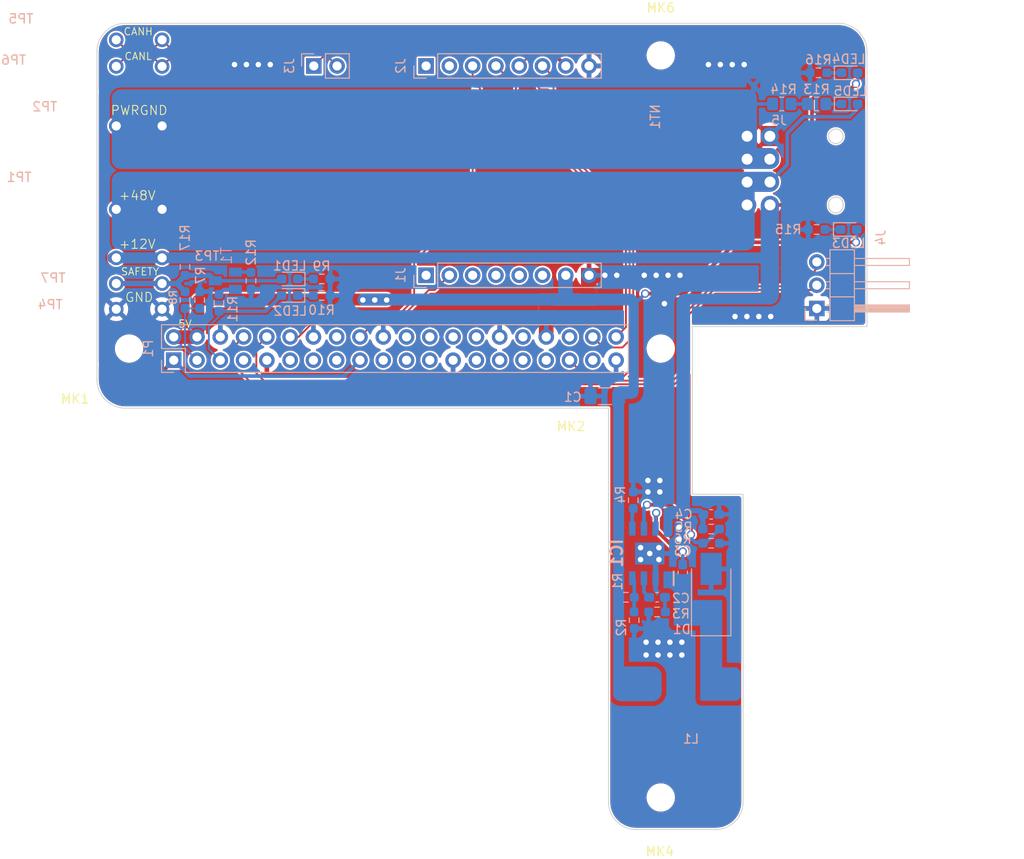
<source format=kicad_pcb>
(kicad_pcb (version 20211014) (generator pcbnew)
  (title_block (date "15 nov 2012"))
  (layers (0 "F.Cu" signal) (31 "B.Cu" signal) (34 "B.Paste" user) (35 "F.Paste" user) (36 "B.SilkS" user "B.Silkscreen") (37 "F.SilkS" user "F.Silkscreen") (38 "B.Mask" user) (39 "F.Mask" user) (44 "Edge.Cuts" user))
  (net 0 "")
  (net 1 "+3V3")
  (net 2 "+5V")
  (net 3 "GND")
  (net 4 "/ID_SD")
  (net 5 "/ID_SC")
  (net 6 "/GPIO5")
  (net 7 "/GPIO6")
  (net 8 "/GPIO26")
  (net 9 "/GPIO2(SDA1)")
  (net 10 "/GPIO3(SCL1)")
  (net 11 "/GPIO4(GCLK)")
  (net 12 "/GPIO14(TXD0)")
  (net 13 "/GPIO15(RXD0)")
  (net 14 "/GPIO17(GEN0)")
  (net 15 "/GPIO27(GEN2)")
  (net 16 "/GPIO22(GEN3)")
  (net 17 "/GPIO23(GEN4)")
  (net 18 "/GPIO24(GEN5)")
  (net 19 "/GPIO25(GEN6)")
  (net 20 "/GPIO18(GEN1)(PWM0)")
  (net 21 "/GPIO10(SPI0_MOSI)")
  (net 22 "/GPIO9(SPI0_MISO)")
  (net 23 "/GPIO11(SPI0_SCK)")
  (net 24 "/GPIO8(SPI0_CE_N)")
  (net 25 "/GPIO7(SPI1_CE_N)")
  (net 26 "/GPIO12(PWM0)")
  (net 27 "/GPIO13(PWM1)")
  (net 28 "/GPIO19(SPI1_MISO)")
  (net 29 "/GPIO16")
  (net 30 "/GPIO20(SPI1_MOSI)")
  (net 31 "/GPIO21(SPI1_SCK)")
  (net 39 "GNDPWR")
  (net 40 "+48V")
  (net 41 "+12V")
  (net 42 "/SAFETY")
  (net 43 "/CAN-")
  (net 44 "/CAN+")
  (net 45 "Net-(C2-Pad1)")
  (net 46 "Net-(C2-Pad2)")
  (net 47 "Net-(C3-Pad1)")
  (net 48 "Net-(C3-Pad2)")
  (net 49 "Net-(IC1-Pad4)")
  (net 50 "Net-(IC1-Pad5)")
  (net 51 "Net-(IC1-Pad6)")
  (net 52 "Net-(LED1-Pad1)")
  (net 53 "Net-(LED2-Pad1)")
  (net 54 "Net-(R11-Pad2)")
  (net 55 "Net-(R12-Pad2)")
  (net 56 "Net-(R13-Pad1)")
  (net 57 "Net-(LED3-Pad1)")
  (net 58 "Net-(LED4-Pad1)")
  (net 59 "Net-(LED5-Pad1)")
  (footprint "footprints:MountingHole_2.7mm_M2.5" (layer "F.Cu") (at 203.5 97.5 180)
    (fp_text reference "MK1")
    (fp_text value "M2.5")
  )
  (footprint "footprints:MountingHole_2.7mm_M2.5" (layer "F.Cu") (at 261.5 97.5 180)
    (fp_text reference "MK2")
    (fp_text value "M2.5")
  )
  (footprint "footprints:MountingHole_2.7mm_M2.5" (layer "F.Cu") (at 261.5 146.5)
    (fp_text reference "MK4")
    (fp_text value "M2.5")
  )
  (footprint "footprints:MountingHole_2.7mm_M2.5" (layer "F.Cu") (at 261.5 65.5)
    (fp_text reference "MK6")
    (fp_text value "M2.5")
  )
  (footprint "footprints:PinSocket_2x20_P2.54mm_Vertical" (layer "B.Cu") (at 208.37 98.77 -90)
    (fp_text reference "P1")
    (fp_text value "Conn_02x20_Odd_Even")
  )
  (footprint "footprints:D_0603_1608Metric_Pad1.05x0.95mm_HandSolder" (layer "B.Cu") (at 282.1 70.8)
    (fp_text reference "LED5")
    (fp_text value "GREEN")
  )
  (footprint "footprints:R_0603_1608Metric_Pad0.98x0.95mm_HandSolder" (layer "B.Cu") (at 267 117.2)
    (fp_text reference "R5")
    (fp_text value "73,2k")
  )
  (footprint "ARM_RPI4_HAT:61-1407-21-0031" (layer "B.Cu") (at 204.6 90.4 180)
    (fp_text reference "TP7")
    (fp_text value "1-726388-2")
  )
  (footprint "footprints:NetTie-2_SMD_Pad0.5mm" (layer "B.Cu") (at 271.6 69.3 -90)
    (fp_text reference "NT1")
    (fp_text value "NetTie_2")
  )
  (footprint "footprints:R_0603_1608Metric_Pad0.98x0.95mm_HandSolder" (layer "B.Cu") (at 278.7 67.4 180)
    (fp_text reference "R16")
    (fp_text value "80R")
  )
  (footprint "footprints:R_0603_1608Metric_Pad0.98x0.95mm_HandSolder" (layer "B.Cu") (at 211.2 92.2 -90)
    (fp_text reference "R7")
    (fp_text value "5,23k")
  )
  (footprint "ARM_RPI4_HAT:SOIC127P600X100-9N" (layer "B.Cu") (at 260.3 119.86875 90)
    (fp_text reference "IC1")
    (fp_text value "BD9G341AEFJ-E2" hide)
  )
  (footprint "footprints:R_0603_1608Metric_Pad0.98x0.95mm_HandSolder" (layer "B.Cu") (at 258.5 114.05 90)
    (fp_text reference "R4")
    (fp_text value "47k")
  )
  (footprint "ARM_RPI4_HAT:MPEV1D1040L330" (layer "B.Cu") (at 264.2 134.15)
    (fp_text reference "L1")
    (fp_text value "33uH, 3A")
  )
  (footprint "footprints:C_0603_1608Metric_Pad1.08x0.95mm_HandSolder" (layer "B.Cu") (at 267 115.6)
    (fp_text reference "C4")
    (fp_text value "10uF 25V")
  )
  (footprint "footprints:C_1206_3216Metric_Pad1.33x1.80mm_HandSolder" (layer "B.Cu") (at 255.4 102.7 180)
    (fp_text reference "C1")
    (fp_text value "100uF 6,3V")
  )
  (footprint "footprints:PinHeader_1x03_P2.54mm_Horizontal" (layer "B.Cu") (at 278.525 93.125)
    (fp_text reference "J4")
    (fp_text value "Conn_01x03_Male")
  )
  (footprint "ARM_RPI4_HAT:61-1537-11-0031" (layer "B.Cu") (at 204.6 82.3 180)
    (fp_text reference "TP1")
    (fp_text value "1-726388-2")
  )
  (footprint "footprints:R_0603_1608Metric_Pad0.98x0.95mm_HandSolder" (layer "B.Cu") (at 209.6 92.2 90)
    (fp_text reference "R8")
    (fp_text value "13,7k")
  )
  (footprint "footprints:PinSocket_1x08_P2.54mm_Vertical" (layer "B.Cu") (at 235.9 66.65 -90)
    (fp_text reference "J2")
    (fp_text value "Conn_01x08_Female")
  )
  (footprint "footprints:R_0603_1608Metric_Pad0.98x0.95mm_HandSolder" (layer "B.Cu") (at 209.6 88.6 90)
    (fp_text reference "R17")
    (fp_text value "10k")
  )
  (footprint "footprints:R_0603_1608Metric_Pad0.98x0.95mm_HandSolder" (layer "B.Cu") (at 213.3 92.5 90)
    (fp_text reference "R11")
    (fp_text value "200R")
  )
  (footprint "footprints:D_0603_1608Metric_Pad1.05x0.95mm_HandSolder" (layer "B.Cu") (at 282.1 67.4)
    (fp_text reference "LED4")
    (fp_text value "GREEN")
  )
  (footprint "ARM_RPI4_HAT:61-1407-21-0031" (layer "B.Cu") (at 204.6 66.7 180)
    (fp_text reference "TP6")
    (fp_text value "1-726388-2")
  )
  (footprint "footprints:R_0603_1608Metric_Pad0.98x0.95mm_HandSolder" (layer "B.Cu") (at 224.5125 91.7)
    (fp_text reference "R10")
    (fp_text value "130R")
  )
  (footprint "footprints:R_0805_2012Metric_Pad1.20x1.40mm_HandSolder" (layer "B.Cu") (at 274.7 70.8)
    (fp_text reference "R14")
    (fp_text value "4.7k 5% 0,5W")
  )
  (footprint "ARM_RPI4_HAT:105314-2208" (layer "B.Cu") (at 280.6 78.075 -90)
    (fp_text reference "J5")
    (fp_text value "Conn_01x08_Female")
    (fp_line (start 3.675 -0.8) (end 3.825 -0.8) (layer "Edge.Cuts") (width 0.12))
    (fp_line (start 3.675 0.8) (end 3.825 0.8) (layer "Edge.Cuts") (width 0.12))
    (fp_arc (start 3.825 -0.8) (mid 4.625 0) (end 3.825 0.8) (layer "Edge.Cuts") (width 0.12))
    (fp_arc (start 3.675 0.8) (mid 2.875 0) (end 3.675 -0.8) (layer "Edge.Cuts") (width 0.12))
    (fp_circle (center -3.75 0) (end -2.95 0) (layer "Edge.Cuts") (width 0.12) (fill none))
  )
  (footprint "footprints:C_0603_1608Metric_Pad1.08x0.95mm_HandSolder" (layer "B.Cu") (at 263.9 121.93125 90)
    (fp_text reference "C3")
    (fp_text value "0,1uF")
  )
  (footprint "footprints:C_0603_1608Metric_Pad1.08x0.95mm_HandSolder" (layer "B.Cu") (at 261.1 124.65)
    (fp_text reference "C2")
    (fp_text value "6800pF")
  )
  (footprint "footprints:R_0603_1608Metric_Pad0.98x0.95mm_HandSolder" (layer "B.Cu") (at 224.525 89.9)
    (fp_text reference "R9")
    (fp_text value "80R")
  )
  (footprint "footprints:PinHeader_1x02_P2.54mm_Vertical" (layer "B.Cu") (at 223.65 66.65 -90)
    (fp_text reference "J3")
    (fp_text value "Conn_01x02_Female")
  )
  (footprint "ARM_RPI4_HAT:61-1407-21-0031" (layer "B.Cu") (at 204.6 87.6 180)
    (fp_text reference "TP3")
    (fp_text value "1-726388-2")
  )
  (footprint "footprints:PinSocket_1x08_P2.54mm_Vertical" (layer "B.Cu") (at 235.9 89.5 -90)
    (fp_text reference "J1")
    (fp_text value "Conn_01x08_Female")
  )
  (footprint "footprints:R_0805_2012Metric_Pad1.20x1.40mm_HandSolder" (layer "B.Cu") (at 278.5 70.8)
    (fp_text reference "R13")
    (fp_text value "4.7k 5% 0,5W")
  )
  (footprint "footprints:D_0603_1608Metric_Pad1.05x0.95mm_HandSolder" (layer "B.Cu") (at 282 84.5)
    (fp_text reference "LED3")
    (fp_text value "GREEN")
  )
  (footprint "ARM_RPI4_HAT:61-1407-21-0031" (layer "B.Cu") (at 204.6 93.2 180)
    (fp_text reference "TP4")
    (fp_text value "1-726388-2")
  )
  (footprint "footprints:R_0603_1608Metric_Pad0.98x0.95mm_HandSolder" (layer "B.Cu") (at 258.6 127.15 -90)
    (fp_text reference "R2")
    (fp_text value "0,75k")
  )
  (footprint "footprints:R_0603_1608Metric_Pad0.98x0.95mm_HandSolder" (layer "B.Cu") (at 216.8 90.1 90)
    (fp_text reference "R12")
    (fp_text value "200R")
  )
  (footprint "footprints:D_0603_1608Metric_Pad1.05x0.95mm_HandSolder" (layer "B.Cu") (at 221.025 89.9 180)
    (fp_text reference "LED1")
    (fp_text value "GREEN")
  )
  (footprint "footprints:R_0603_1608Metric_Pad0.98x0.95mm_HandSolder" (layer "B.Cu") (at 267 118.75)
    (fp_text reference "R6")
    (fp_text value "20k")
  )
  (footprint "ARM_RPI4_HAT:SOT23-EBC" (layer "B.Cu") (at 214 90.1 -90)
    (fp_text reference "T1")
    (fp_text value "2PC4081S,115")
  )
  (footprint "ARM_RPI4_HAT:61-1537-11-0031" (layer "B.Cu") (at 204.6 73.2 180)
    (fp_text reference "TP2")
    (fp_text value "1-726388-2")
  )
  (footprint "footprints:R_0603_1608Metric_Pad0.98x0.95mm_HandSolder" (layer "B.Cu") (at 257.7 124.65)
    (fp_text reference "R1")
    (fp_text value "3k")
  )
  (footprint "footprints:R_0603_1608Metric_Pad0.98x0.95mm_HandSolder" (layer "B.Cu") (at 261.1 126.25)
    (fp_text reference "R3")
    (fp_text value "0,75k")
  )
  (footprint "ARM_RPI4_HAT:61-1407-21-0031" (layer "B.Cu") (at 204.6 63.8 180)
    (fp_text reference "TP5")
    (fp_text value "1-726388-2")
  )
  (footprint "footprints:D_0603_1608Metric_Pad1.05x0.95mm_HandSolder" (layer "B.Cu") (at 221 91.7 180)
    (fp_text reference "LED2")
    (fp_text value "RED")
  )
  (footprint "footprints:D_SMB_Handsoldering" (layer "B.Cu") (at 267 124.25 90)
    (fp_text reference "D1")
    (fp_text value "SMBJ16A-TR")
  )
  (footprint "footprints:R_0603_1608Metric_Pad0.98x0.95mm_HandSolder" (layer "B.Cu") (at 278.5 84.5 180)
    (fp_text reference "R15")
    (fp_text value "80R")
  )
  (gr_arc (start 200 65) (mid 200.97868 62.837259) (end 203.2 62) (layer "Edge.Cuts") (width 0.1))
  (gr_line (start 200 100.77868) (end 200 65) (layer "Edge.Cuts") (width 0.1))
  (gr_line (start 264.95 113.4) (end 270.47868 113.4) (layer "Edge.Cuts") (width 0.1))
  (gr_line (start 270.47868 147) (end 270.47868 113.4) (layer "Edge.Cuts") (width 0.1))
  (gr_line (start 284 95.1) (end 284 65.2) (layer "Edge.Cuts") (width 0.1))
  (gr_line (start 255.8 147) (end 255.8 104) (layer "Edge.Cuts") (width 0.1))
  (gr_line (start 264.95 113.4) (end 264.95 95.1) (layer "Edge.Cuts") (width 0.1))
  (gr_arc (start 258.82132 150) (mid 256.68934 149.125736) (end 255.8 147) (layer "Edge.Cuts") (width 0.1))
  (gr_arc (start 281 62) (mid 283.162741 62.97868) (end 284 65.2) (layer "Edge.Cuts") (width 0.1))
  (gr_line (start 255.8 104) (end 203 104) (layer "Edge.Cuts") (width 0.1))
  (gr_arc (start 203 104) (mid 200.832843 103.01066) (end 200 100.77868) (layer "Edge.Cuts") (width 0.1))
  (gr_line (start 203.2 62) (end 281 62) (layer "Edge.Cuts") (width 0.1))
  (gr_line (start 264.95 95.1) (end 284 95.1) (layer "Edge.Cuts") (width 0.1))
  (gr_arc (start 270.47868 147) (mid 269.6 149.12132) (end 267.47868 150) (layer "Edge.Cuts") (width 0.1))
  (gr_line (start 258.82132 150) (end 267.47868 150) (layer "Edge.Cuts") (width 0.1))
  (gr_text "SAFETY" (at 204.7 89.1) (layer "F.SilkS") (effects (font (size 0.8 0.8) (thickness 0.1))))
  (gr_text "5V" (at 209.6 94.8) (layer "F.SilkS") (effects (font (size 0.8 0.8) (thickness 0.1))))
  (gr_text "GND" (at 204.6 91.9) (layer "F.SilkS") (effects (font (size 1 1) (thickness 0.1))))
  (gr_text "CANH" (at 204.5 62.9) (layer "F.SilkS") (effects (font (size 0.8 0.8) (thickness 0.1))))
  (gr_text "PWRGND" (at 204.6 71.5) (layer "F.SilkS") (effects (font (size 1 1) (thickness 0.1))))
  (gr_text "+48V" (at 204.4 80.8) (layer "F.SilkS") (effects (font (size 1 1) (thickness 0.1))))
  (gr_text "CANL" (at 204.5 65.6) (layer "F.SilkS") (effects (font (size 0.8 0.8) (thickness 0.1))))
  (gr_text "+12V" (at 204.4 86.1) (layer "F.SilkS") (effects (font (size 1 1) (thickness 0.1))))
  (segment (start 200.4 69.8) (end 200.4 98.9) (width 0.4) (layer "F.Cu") (net 1))
  (segment (start 202.2 100.7) (end 206.44 100.7) (width 0.4) (layer "F.Cu") (net 1))
  (segment (start 200.4 98.9) (end 202.2 100.7) (width 0.4) (layer "F.Cu") (net 1))
  (segment (start 229.5 68.1) (end 202.1 68.1) (width 0.4) (layer "F.Cu") (net 1))
  (segment (start 249.09 64.6) (end 233 64.6) (width 0.4) (layer "F.Cu") (net 1))
  (segment (start 206.44 100.7) (end 208.37 98.77) (width 0.4) (layer "F.Cu") (net 1))
  (segment (start 251.14 66.65) (end 249.09 64.6) (width 0.4) (layer "F.Cu") (net 1))
  (segment (start 233 64.6) (end 229.5 68.1) (width 0.4) (layer "F.Cu") (net 1))
  (segment (start 202.1 68.1) (end 200.4 69.8) (width 0.4) (layer "F.Cu") (net 1))
  (segment (start 210.1 100.5) (end 226.96 100.5) (width 0.4) (layer "B.Cu") (net 1))
  (segment (start 226.96 100.5) (end 228.69 98.77) (width 0.4) (layer "B.Cu") (net 1))
  (segment (start 208.37 98.77) (end 210.1 100.5) (width 0.4) (layer "B.Cu") (net 1))
  (segment (start 259.8 91.5) (end 264.101391 91.5) (width 0.4) (layer "F.Cu") (net 2))
  (segment (start 269.701391 85.9) (end 282.8 85.9) (width 0.4) (layer "F.Cu") (net 2))
  (segment (start 264.101391 91.5) (end 269.701391 85.9) (width 0.4) (layer "F.Cu") (net 2))
  (via (at 229 92.2) (size 0.9) (drill 0.6) (layers "F.Cu" "B.Cu") (net 2))
  (via (at 231.6 92.2) (size 0.9) (drill 0.6) (layers "F.Cu" "B.Cu") (net 2))
  (via (at 282.8 85.9) (size 0.9) (drill 0.6) (layers "F.Cu" "B.Cu") (net 2))
  (via (at 259.8 91.5) (size 0.9) (drill 0.6) (layers "F.Cu" "B.Cu") (net 2))
  (via (at 230.3 92.2) (size 0.9) (drill 0.6) (layers "F.Cu" "B.Cu") (net 2))
  (segment (start 259.8 91.5) (end 259.1 92.2) (width 0.4) (layer "B.Cu") (net 2))
  (segment (start 259.1 92.2) (end 258.8 92.2) (width 0.4) (layer "B.Cu") (net 2))
  (segment (start 282.875 84.5) (end 282.875 85.825) (width 0.4) (layer "B.Cu") (net 2))
  (segment (start 282.875 85.825) (end 282.8 85.9) (width 0.4) (layer "B.Cu") (net 2))
  (via (at 269.3 66.5) (size 0.9) (drill 0.6) (layers "F.Cu" "B.Cu") (net 3))
  (via (at 263.8 130.95) (size 0.9) (drill 0.6) (layers "F.Cu" "B.Cu") (net 3))
  (via (at 270.6 66.5) (size 0.9) (drill 0.6) (layers "F.Cu" "B.Cu") (net 3))
  (via (at 261.9 92.6) (size 0.9) (drill 0.6) (layers "F.Cu" "B.Cu") (net 3))
  (via (at 268 66.5) (size 0.9) (drill 0.6) (layers "F.Cu" "B.Cu") (net 3))
  (via (at 266.7 66.5) (size 0.9) (drill 0.6) (layers "F.Cu" "B.Cu") (net 3))
  (via (at 217.6 66.5) (size 0.9) (drill 0.6) (layers "F.Cu" "B.Cu") (net 3))
  (via (at 255.4 89.5) (size 0.9) (drill 0.6) (layers "F.Cu" "B.Cu") (net 3))
  (via (at 215 66.5) (size 0.9) (drill 0.6) (layers "F.Cu" "B.Cu") (net 3))
  (via (at 261.3 119.23125) (size 0.9) (drill 0.6) (layers "F.Cu" "B.Cu") (net 3))
  (via (at 260.1 113.15) (size 0.9) (drill 0.6) (layers "F.Cu" "B.Cu") (net 3))
  (via (at 259.3 119.23125) (size 0.9) (drill 0.6) (layers "F.Cu" "B.Cu") (net 3))
  (via (at 218.9 66.5) (size 0.9) (drill 0.6) (layers "F.Cu" "B.Cu") (net 3))
  (via (at 260.3 119.86875) (size 0.9) (drill 0.6) (layers "F.Cu" "B.Cu") (net 3))
  (via (at 272.2 94) (size 0.9) (drill 0.6) (layers "F.Cu" "B.Cu") (net 3))
  (via (at 273.5 94) (size 0.9) (drill 0.6) (layers "F.Cu" "B.Cu") (net 3))
  (via (at 259.9 129.55) (size 0.9) (drill 0.6) (layers "F.Cu" "B.Cu") (net 3))
  (via (at 261.2 130.95) (size 0.9) (drill 0.6) (layers "F.Cu" "B.Cu") (net 3))
  (via (at 263.5 117) (size 0.9) (drill 0.6) (layers "F.Cu" "B.Cu") (net 3))
  (via (at 262.5 130.95) (size 0.9) (drill 0.6) (layers "F.Cu" "B.Cu") (net 3))
  (via (at 262.3 89.5) (size 0.9) (drill 0.6) (layers "F.Cu" "B.Cu") (net 3))
  (via (at 263.5 118.3) (size 0.9) (drill 0.6) (layers "F.Cu" "B.Cu") (net 3))
  (via (at 259.7 89.5) (size 0.9) (drill 0.6) (layers "F.Cu" "B.Cu") (net 3))
  (via (at 261.2 129.55) (size 0.9) (drill 0.6) (layers "F.Cu" "B.Cu") (net 3))
  (via (at 270.9 94) (size 0.9) (drill 0.6) (layers "F.Cu" "B.Cu") (net 3))
  (via (at 261.4 111.9) (size 0.9) (drill 0.6) (layers "F.Cu" "B.Cu") (net 3))
  (via (at 261 89.5) (size 0.9) (drill 0.6) (layers "F.Cu" "B.Cu") (net 3))
  (via (at 260.1 111.9) (size 0.9) (drill 0.6) (layers "F.Cu" "B.Cu") (net 3))
  (via (at 262.5 129.55) (size 0.9) (drill 0.6) (layers "F.Cu" "B.Cu") (net 3))
  (via (at 269.6 94) (size 0.9) (drill 0.6) (layers "F.Cu" "B.Cu") (net 3))
  (via (at 259.3 120.53125) (size 0.9) (drill 0.6) (layers "F.Cu" "B.Cu") (net 3))
  (via (at 261.4 113.15) (size 0.9) (drill 0.6) (layers "F.Cu" "B.Cu") (net 3))
  (via (at 259.9 130.95) (size 0.9) (drill 0.6) (layers "F.Cu" "B.Cu") (net 3))
  (via (at 256.7 89.5) (size 0.9) (drill 0.6) (layers "F.Cu" "B.Cu") (net 3))
  (via (at 261.3 120.53125) (size 0.9) (drill 0.6) (layers "F.Cu" "B.Cu") (net 3))
  (via (at 263.8 129.55) (size 0.9) (drill 0.6) (layers "F.Cu" "B.Cu") (net 3))
  (via (at 263.6 89.5) (size 0.9) (drill 0.6) (layers "F.Cu" "B.Cu") (net 3))
  (via (at 216.3 66.5) (size 0.9) (drill 0.6) (layers "F.Cu" "B.Cu") (net 3))
  (segment (start 260.935 120.86625) (end 260.935 122.58075) (width 0.6) (layer "B.Cu") (net 3))
  (segment (start 260.3 119.86875) (end 260.3 120.23125) (width 0.6) (layer "B.Cu") (net 3))
  (segment (start 260.3 120.23125) (end 260.935 120.86625) (width 0.6) (layer "B.Cu") (net 3))
  (segment (start 210.91 98.77) (end 209.6 97.46) (width 0.2) (layer "B.Cu") (net 9))
  (segment (start 209.6 97.46) (end 209.6 93.1125) (width 0.2) (layer "B.Cu") (net 9))
  (segment (start 209.6 93.1125) (end 211.2 93.1125) (width 0.2) (layer "B.Cu") (net 9))
  (segment (start 212.2 97.52) (end 212.2 95.1) (width 0.2) (layer "B.Cu") (net 10))
  (segment (start 212.2 95.1) (end 213.3 94) (width 0.2) (layer "B.Cu") (net 10))
  (segment (start 218.4125 93.4125) (end 220.125 91.7) (width 0.4) (layer "B.Cu") (net 10))
  (segment (start 213.45 98.77) (end 212.2 97.52) (width 0.2) (layer "B.Cu") (net 10))
  (segment (start 213.3 94) (end 213.3 93.4125) (width 0.2) (layer "B.Cu") (net 10))
  (segment (start 213.3 93.4125) (end 218.4125 93.4125) (width 0.4) (layer "B.Cu") (net 10))
  (segment (start 215.99 96.23) (end 214.840489 97.379511) (width 0.2) (layer "F.Cu") (net 12))
  (segment (start 267.265486 91.09952) (end 278.01048 91.09952) (width 0.2) (layer "F.Cu") (net 12))
  (segment (start 214.840489 99.246144) (end 216.994345 101.4) (width 0.2) (layer "F.Cu") (net 12))
  (segment (start 216.994345 101.4) (end 263 101.4) (width 0.2) (layer "F.Cu") (net 12))
  (segment (start 278.01048 91.09952) (end 278.525 90.585) (width 0.2) (layer "F.Cu") (net 12))
  (segment (start 263 101.4) (end 264.6 99.8) (width 0.2) (layer "F.Cu") (net 12))
  (segment (start 264.6 93.765006) (end 267.265486 91.09952) (width 0.2) (layer "F.Cu") (net 12))
  (segment (start 214.840489 97.379511) (end 214.840489 99.246144) (width 0.2) (layer "F.Cu") (net 12))
  (segment (start 264.6 99.8) (end 264.6 93.765006) (width 0.2) (layer "F.Cu") (net 12))
  (segment (start 262.834994 101) (end 264.20048 99.634514) (width 0.2) (layer "F.Cu") (net 13))
  (segment (start 218.53 96.23) (end 217.380489 97.379511) (width 0.2) (layer "F.Cu") (net 13))
  (segment (start 276.6 90.7) (end 278.525 88.775) (width 0.2) (layer "F.Cu") (net 13))
  (segment (start 264.20048 93.59952) (end 267.1 90.7) (width 0.2) (layer "F.Cu") (net 13))
  (segment (start 217.380489 97.379511) (end 217.380489 100.180489) (width 0.2) (layer "F.Cu") (net 13))
  (segment (start 264.20048 99.634514) (end 264.20048 93.59952) (width 0.2) (layer "F.Cu") (net 13))
  (segment (start 278.525 88.775) (end 278.525 88.045) (width 0.2) (layer "F.Cu") (net 13))
  (segment (start 217.380489 100.180489) (end 218.2 101) (width 0.2) (layer "F.Cu") (net 13))
  (segment (start 267.1 90.7) (end 276.6 90.7) (width 0.2) (layer "F.Cu") (net 13))
  (segment (start 218.2 101) (end 262.834994 101) (width 0.2) (layer "F.Cu") (net 13))
  (segment (start 236.2 91.1) (end 236.84 91.1) (width 0.2) (layer "F.Cu") (net 18))
  (segment (start 228.69 96.23) (end 230.02 94.9) (width 0.2) (layer "F.Cu") (net 18))
  (segment (start 230.02 94.9) (end 232.4 94.9) (width 0.2) (layer "F.Cu") (net 18))
  (segment (start 236.84 91.1) (end 238.44 89.5) (width 0.2) (layer "F.Cu") (net 18))
  (segment (start 232.4 94.9) (end 236.2 91.1) (width 0.2) (layer "F.Cu") (net 18))
  (segment (start 240.98 66.65) (end 240.98 68.62) (width 0.2) (layer "F.Cu") (net 20))
  (segment (start 232.234514 94.50048) (end 223.713865 94.50048) (width 0.2) (layer "F.Cu") (net 20))
  (segment (start 234.6 88) (end 234.6 92.134994) (width 0.2) (layer "F.Cu") (net 20))
  (segment (start 221.984345 96.23) (end 221.07 96.23) (width 0.2) (layer "F.Cu") (net 20))
  (segment (start 240.98 81.62) (end 234.6 88) (width 0.2) (layer "F.Cu") (net 20))
  (segment (start 223.713865 94.50048) (end 221.984345 96.23) (width 0.2) (layer "F.Cu") (net 20))
  (segment (start 234.6 92.134994) (end 232.234514 94.50048) (width 0.2) (layer "F.Cu") (net 20))
  (segment (start 240.98 71.62) (end 240.98 75.558138) (width 0.2) (layer "F.Cu") (net 20))
  (segment (start 240.98 70.12) (end 241.495193 70.12) (width 0.2) (layer "F.Cu") (net 20))
  (segment (start 241.28 69.52) (end 240.464807 69.52) (width 0.2) (layer "F.Cu") (net 20))
  (segment (start 240.464807 71.32) (end 240.68 71.32) (width 0.2) (layer "F.Cu") (net 20))
  (segment (start 241.495193 69.52) (end 241.28 69.52) (width 0.2) (layer "F.Cu") (net 20))
  (segment (start 240.464807 70.12) (end 240.98 70.12) (width 0.2) (layer "F.Cu") (net 20))
  (segment (start 241.28 68.92) (end 241.495193 68.92) (width 0.2) (layer "F.Cu") (net 20))
  (segment (start 240.98 75.558138) (end 240.98 81.62) (width 0.2) (layer "F.Cu") (net 20))
  (segment (start 240.98 70.72) (end 240.464807 70.72) (width 0.2) (layer "F.Cu") (net 20))
  (segment (start 241.495193 70.72) (end 240.98 70.72) (width 0.2) (layer "F.Cu") (net 20))
  (arc (start 241.495193 68.92) (mid 241.707325 69.007868) (end 241.795193 69.22) (width 0.2) (layer "F.Cu") (net 20))
  (arc (start 240.164807 71.02) (mid 240.252675 71.232132) (end 240.464807 71.32) (width 0.2) (layer "F.Cu") (net 20))
  (arc (start 240.68 71.32) (mid 240.892132 71.407868) (end 240.98 71.62) (width 0.2) (layer "F.Cu") (net 20))
  (arc (start 240.464807 70.72) (mid 240.252675 70.807868) (end 240.164807 71.02) (width 0.2) (layer "F.Cu") (net 20))
  (arc (start 241.795193 70.42) (mid 241.707325 70.632132) (end 241.495193 70.72) (width 0.2) (layer "F.Cu") (net 20))
  (arc (start 240.98 68.62) (mid 241.067868 68.832132) (end 241.28 68.92) (width 0.2) (layer "F.Cu") (net 20))
  (arc (start 241.495193 70.12) (mid 241.707325 70.207868) (end 241.795193 70.42) (width 0.2) (layer "F.Cu") (net 20))
  (arc (start 240.464807 69.52) (mid 240.252675 69.607868) (end 240.164807 69.82) (width 0.2) (layer "F.Cu") (net 20))
  (arc (start 240.164807 69.82) (mid 240.252675 70.032132) (end 240.464807 70.12) (width 0.2) (layer "F.Cu") (net 20))
  (arc (start 241.795193 69.22) (mid 241.707325 69.432132) (end 241.495193 69.52) (width 0.2) (layer "F.Cu") (net 20))
  (segment (start 258.49952 99.50048) (end 258.49952 83.19952) (width 0.2) (layer "F.Cu") (net 28))
  (segment (start 257.39952 100.60048) (end 258.49952 99.50048) (width 0.2) (layer "F.Cu") (net 28))
  (segment (start 249.8 74.5) (end 249.8 66.2) (width 0.2) (layer "F.Cu") (net 28))
  (segment (start 249.8 66.2) (end 249.100489 65.500489) (width 0.2) (layer "F.Cu") (net 28))
  (segment (start 249.100489 65.500489) (end 247.209511 65.500489) (width 0.2) (layer "F.Cu") (net 28))
  (segment (start 251.55 98.77) (end 253.38048 100.60048) (width 0.2) (layer "F.Cu") (net 28))
  (segment (start 253.38048 100.60048) (end 257.39952 100.60048) (width 0.2) (layer "F.Cu") (net 28))
  (segment (start 247.209511 65.500489) (end 246.06 66.65) (width 0.2) (layer "F.Cu") (net 28))
  (segment (start 258.49952 83.19952) (end 249.8 74.5) (width 0.2) (layer "F.Cu") (net 28))
  (segment (start 258.1 83.4) (end 258.1 96.6) (width 0.2) (layer "F.Cu") (net 30))
  (segment (start 249.10048 71.00048) (end 248.453581 71.00048) (width 0.2) (layer "F.Cu") (net 30))
  (segment (start 258.1 96.6) (end 257.320489 97.379511) (width 0.2) (layer "F.Cu") (net 30))
  (segment (start 248.453581 71.60048) (end 249.10048 71.60048) (width 0.2) (layer "F.Cu") (net 30))
  (segment (start 249.40048 74.70048) (end 258.1 83.4) (width 0.2) (layer "F.Cu") (net 30))
  (segment (start 249.40048 74.30048) (end 249.40048 74.35048) (width 0.2) (layer "F.Cu") (net 30))
  (segment (start 248.453581 69.20048) (end 249.10048 69.20048) (width 0.2) (layer "F.Cu") (net 30))
  (segment (start 248.453581 70.40048) (end 249.10048 70.40048) (width 0.2) (layer "F.Cu") (net 30))
  (segment (start 249.10048 68.60048) (end 248.453581 68.60048) (width 0.2) (layer "F.Cu") (net 30))
  (segment (start 248.453581 72.80048) (end 249.10048 72.80048) (width 0.2) (layer "F.Cu") (net 30))
  (segment (start 257.320489 97.379511) (end 255.239511 97.379511) (width 0.2) (layer "F.Cu") (net 30))
  (segment (start 249.10048 73.40048) (end 248.453581 73.40048) (width 0.2) (layer "F.Cu") (net 30))
  (segment (start 248.453581 74.00048) (end 249.10048 74.00048) (width 0.2) (layer "F.Cu") (net 30))
  (segment (start 249.10048 69.80048) (end 248.453581 69.80048) (width 0.2) (layer "F.Cu") (net 30))
  (segment (start 249.40048 74.35048) (end 249.40048 74.70048) (width 0.2) (layer "F.Cu") (net 30))
  (segment (start 255.239511 97.379511) (end 254.09 96.23) (width 0.2) (layer "F.Cu") (net 30))
  (segment (start 248.6 66.65) (end 249.40048 67.45048) (width 0.2) (layer "F.Cu") (net 30))
  (segment (start 249.10048 72.20048) (end 248.453581 72.20048) (width 0.2) (layer "F.Cu") (net 30))
  (segment (start 249.40048 67.45048) (end 249.40048 68.30048) (width 0.2) (layer "F.Cu") (net 30))
  (arc (start 248.153581 70.10048) (mid 248.241449 70.312612) (end 248.453581 70.40048) (width 0.2) (layer "F.Cu") (net 30))
  (arc (start 249.10048 69.20048) (mid 249.312612 69.288348) (end 249.40048 69.50048) (width 0.2) (layer "F.Cu") (net 30))
  (arc (start 249.10048 70.40048) (mid 249.312612 70.488348) (end 249.40048 70.70048) (width 0.2) (layer "F.Cu") (net 30))
  (arc (start 248.153581 71.30048) (mid 248.241449 71.512612) (end 248.453581 71.60048) (width 0.2) (layer "F.Cu") (net 30))
  (arc (start 249.10048 72.80048) (mid 249.312612 72.888348) (end 249.40048 73.10048) (width 0.2) (layer "F.Cu") (net 30))
  (arc (start 249.40048 71.90048) (mid 249.312612 72.112612) (end 249.10048 72.20048) (width 0.2) (layer "F.Cu") (net 30))
  (arc (start 248.453581 72.20048) (mid 248.241449 72.288348) (end 248.153581 72.50048) (width 0.2) (layer "F.Cu") (net 30))
  (arc (start 248.153581 68.90048) (mid 248.241449 69.112612) (end 248.453581 69.20048) (width 0.2) (layer "F.Cu") (net 30))
  (arc (start 249.40048 70.70048) (mid 249.312612 70.912612) (end 249.10048 71.00048) (width 0.2) (layer "F.Cu") (net 30))
  (arc (start 249.10048 71.60048) (mid 249.312612 71.688348) (end 249.40048 71.90048) (width 0.2) (layer "F.Cu") (net 30))
  (arc (start 248.453581 73.40048) (mid 248.241449 73.488348) (end 248.153581 73.70048) (width 0.2) (layer "F.Cu") (net 30))
  (arc (start 248.153581 73.70048) (mid 248.241449 73.912612) (end 248.453581 74.00048) (width 0.2) (layer "F.Cu") (net 30))
  (arc (start 249.10048 74.00048) (mid 249.312612 74.088348) (end 249.40048 74.30048) (width 0.2) (layer "F.Cu") (net 30))
  (arc (start 249.40048 73.10048) (mid 249.312612 73.312612) (end 249.10048 73.40048) (width 0.2) (layer "F.Cu") (net 30))
  (arc (start 249.40048 69.50048) (mid 249.312612 69.712612) (end 249.10048 69.80048) (width 0.2) (layer "F.Cu") (net 30))
  (arc (start 249.40048 68.30048) (mid 249.312612 68.512612) (end 249.10048 68.60048) (width 0.2) (layer "F.Cu") (net 30))
  (arc (start 248.453581 69.80048) (mid 248.241449 69.888348) (end 248.153581 70.10048) (width 0.2) (layer "F.Cu") (net 30))
  (arc (start 248.453581 71.00048) (mid 248.241449 71.088348) (end 248.153581 71.30048) (width 0.2) (layer "F.Cu") (net 30))
  (arc (start 248.453581 68.60048) (mid 248.241449 68.688348) (end 248.153581 68.90048) (width 0.2) (layer "F.Cu") (net 30))
  (arc (start 248.153581 72.50048) (mid 248.241449 72.712612) (end 248.453581 72.80048) (width 0.2) (layer "F.Cu") (net 30))
  (segment (start 243.52 66.65) (end 245.7 68.83) (width 0.2) (layer "F.Cu") (net 31))
  (segment (start 245.7 72.2) (end 244.68977 72.2) (width 0.2) (layer "F.Cu") (net 31))
  (segment (start 244.68977 70.4) (end 245.4 70.4) (width 0.2) (layer "F.Cu") (net 31))
  (segment (start 257.70048 83.565486) (end 257.70048 95.15952) (width 0.2) (layer "F.Cu") (net 31))
  (segment (start 247.2 75) (end 249.134994 75) (width 0.2) (layer "F.Cu") (net 31))
  (segment (start 244.68977 72.8) (end 245.4 72.8) (width 0.2) (layer "F.Cu") (net 31))
  (segment (start 246.71023 72.2) (end 245.7 72.2) (width 0.2) (layer "F.Cu") (net 31))
  (segment (start 249.134994 75) (end 257.70048 83.565486) (width 0.2) (layer "F.Cu") (net 31))
  (segment (start 245.7 68.83) (end 245.7 69.5) (width 0.2) (layer "F.Cu") (net 31))
  (segment (start 245.4 70.4) (end 246.71023 70.4) (width 0.2) (layer "F.Cu") (net 31))
  (segment (start 245.7 73.5) (end 247.2 75) (width 0.2) (layer "F.Cu") (net 31))
  (segment (start 245.4 69.8) (end 244.68977 69.8) (width 0.2) (layer "F.Cu") (net 31))
  (segment (start 244.68977 71.6) (end 245.7 71.6) (width 0.2) (layer "F.Cu") (net 31))
  (segment (start 257.70048 95.15952) (end 256.63 96.23) (width 0.2) (layer "F.Cu") (net 31))
  (segment (start 246.71023 71) (end 245.7 71) (width 0.2) (layer "F.Cu") (net 31))
  (segment (start 245.7 71.6) (end 246.71023 71.6) (width 0.2) (layer "F.Cu") (net 31))
  (segment (start 245.7 71) (end 244.68977 71) (width 0.2) (layer "F.Cu") (net 31))
  (segment (start 245.7 73.1) (end 245.7 73.5) (width 0.2) (layer "F.Cu") (net 31))
  (arc (start 244.38977 72.5) (mid 244.477638 72.712132) (end 244.68977 72.8) (width 0.2) (layer "F.Cu") (net 31))
  (arc (start 245.7 69.5) (mid 245.612132 69.712132) (end 245.4 69.8) (width 0.2) (layer "F.Cu") (net 31))
  (arc (start 244.68977 69.8) (mid 244.477638 69.887868) (end 244.38977 70.1) (width 0.2) (layer "F.Cu") (net 31))
  (arc (start 244.38977 71.3) (mid 244.477638 71.512132) (end 244.68977 71.6) (width 0.2) (layer "F.Cu") (net 31))
  (arc (start 247.01023 71.9) (mid 246.922362 72.112132) (end 246.71023 72.2) (width 0.2) (layer "F.Cu") (net 31))
  (arc (start 246.71023 70.4) (mid 246.922362 70.487868) (end 247.01023 70.7) (width 0.2) (layer "F.Cu") (net 31))
  (arc (start 244.38977 70.1) (mid 244.477638 70.312132) (end 244.68977 70.4) (width 0.2) (layer "F.Cu") (net 31))
  (arc (start 244.68977 72.2) (mid 244.477638 72.287868) (end 244.38977 72.5) (width 0.2) (layer "F.Cu") (net 31))
  (arc (start 247.01023 70.7) (mid 246.922362 70.912132) (end 246.71023 71) (width 0.2) (layer "F.Cu") (net 31))
  (arc (start 244.68977 71) (mid 244.477638 71.087868) (end 244.38977 71.3) (width 0.2) (layer "F.Cu") (net 31))
  (arc (start 246.71023 71.6) (mid 246.922362 71.687868) (end 247.01023 71.9) (width 0.2) (layer "F.Cu") (net 31))
  (arc (start 245.4 72.8) (mid 245.612132 72.887868) (end 245.7 73.1) (width 0.2) (layer "F.Cu") (net 31))
  (segment (start 271.6 69.8) (end 271.6 70.5) (width 0.4) (layer "B.Cu") (net 39))
  (segment (start 271.9 70.8) (end 273.7 70.8) (width 0.4) (layer "B.Cu") (net 39))
  (segment (start 271.6 70.5) (end 271.9 70.8) (width 0.4) (layer "B.Cu") (net 39))
  (segment (start 275.3 74) (end 275.3 77.445) (width 0.4) (layer "B.Cu") (net 40))
  (segment (start 275.3 77.445) (end 273.42 79.325) (width 0.4) (layer "B.Cu") (net 40))
  (segment (start 277.1 72.2) (end 275.3 74) (width 0.4) (layer "B.Cu") (net 40))
  (segment (start 282.975 70.8) (end 282.975 71.325) (width 0.4) (layer "B.Cu") (net 40))
  (segment (start 282.1 72.2) (end 277.1 72.2) (width 0.4) (layer "B.Cu") (net 40))
  (segment (start 282.975 71.325) (end 282.1 72.2) (width 0.4) (layer "B.Cu") (net 40))
  (segment (start 278.9 69.4) (end 278 70.3) (width 0.4) (layer "F.Cu") (net 41))
  (segment (start 282.8 68.6) (end 282 69.4) (width 0.4) (layer "F.Cu") (net 41))
  (segment (start 282 69.4) (end 278.9 69.4) (width 0.4) (layer "F.Cu") (net 41))
  (segment (start 278 79.4) (end 275.575 81.825) (width 0.4) (layer "F.Cu") (net 41))
  (segment (start 278 70.3) (end 278 79.4) (width 0.4) (layer "F.Cu") (net 41))
  (segment (start 275.575 81.825) (end 273.42 81.825) (width 0.4) (layer "F.Cu") (net 41))
  (via (at 282.8 68.6) (size 0.9) (drill 0.6) (layers "F.Cu" "B.Cu") (net 41))
  (segment (start 266.0875 115.55) (end 265.7375 115.2) (width 0.6) (layer "B.Cu") (net 41))
  (segment (start 282.975 67.4) (end 282.975 68.425) (width 0.4) (layer "B.Cu") (net 41))
  (segment (start 265.7375 115.2) (end 264 115.2) (width 0.6) (layer "B.Cu") (net 41))
  (segment (start 282.975 68.425) (end 282.8 68.6) (width 0.4) (layer "B.Cu") (net 41))
  (segment (start 266.0875 117.2) (end 266.0875 115.55) (width 0.6) (layer "B.Cu") (net 41))
  (segment (start 209.6 89.5125) (end 212.3125 89.5125) (width 0.6) (layer "B.Cu") (net 42))
  (segment (start 202.1 90.4) (end 207.1 90.4) (width 0.6) (layer "B.Cu") (net 42))
  (segment (start 219.95 90.1) (end 212.9 90.1) (width 0.4) (layer "B.Cu") (net 42))
  (segment (start 212.3125 89.5125) (end 212.9 90.1) (width 0.6) (layer "B.Cu") (net 42))
  (segment (start 220.15 89.9) (end 219.95 90.1) (width 0.4) (layer "B.Cu") (net 42))
  (segment (start 208.7125 90.4) (end 209.6 91.2875) (width 0.6) (layer "B.Cu") (net 42))
  (segment (start 207.1 90.4) (end 208.7125 90.4) (width 0.6) (layer "B.Cu") (net 42))
  (segment (start 208.7125 90.4) (end 209.6 89.5125) (width 0.6) (layer "B.Cu") (net 42))
  (segment (start 215.275 64.525) (end 209.7932 64.525) (width 0.2) (layer "F.Cu") (net 43))
  (segment (start 209.7932 64.525) (end 208.843199 65.475001) (width 0.2) (layer "F.Cu") (net 43))
  (segment (start 207.1 66.7) (end 205.875001 65.475001) (width 0.2) (layer "F.Cu") (net 43))
  (segment (start 208.324999 65.475001) (end 207.1 66.7) (width 0.2) (layer "F.Cu") (net 43))
  (segment (start 208.843199 65.475001) (end 208.324999 65.475001) (width 0.2) (layer "F.Cu") (net 43))
  (segment (start 217.425 64.825) (end 217.425 64.855079) (width 0.2) (layer "F.Cu") (net 43))
  (segment (start 216.825 64.855079) (end 216.825 64.825) (width 0.2) (layer "F.Cu") (net 43))
  (segment (start 224.694999 65.605001) (end 224.694999 65.513199) (width 0.2) (layer "F.Cu") (net 43))
  (segment (start 223.65 66.65) (end 224.694999 65.605001) (width 0.2) (layer "F.Cu") (net 43))
  (segment (start 205.875001 65.475001) (end 203.324999 65.475001) (width 0.2) (layer "F.Cu") (net 43))
  (segment (start 224.694999 65.513199) (end 223.7068 64.525) (width 0.2) (layer "F.Cu") (net 43))
  (segment (start 216.525 64.525) (end 215.275 64.525) (width 0.2) (layer "F.Cu") (net 43))
  (segment (start 203.324999 65.475001) (end 202.1 66.7) (width 0.2) (layer "F.Cu") (net 43))
  (segment (start 223.7068 64.525) (end 217.725 64.525) (width 0.2) (layer "F.Cu") (net 43))
  (arc (start 217.125 65.155079) (mid 216.912868 65.067211) (end 216.825 64.855079) (width 0.2) (layer "F.Cu") (net 43))
  (arc (start 216.825 64.825) (mid 216.737132 64.612868) (end 216.525 64.525) (width 0.2) (layer "F.Cu") (net 43))
  (arc (start 217.425 64.855079) (mid 217.337132 65.067211) (end 217.125 65.155079) (width 0.2) (layer "F.Cu") (net 43))
  (arc (start 217.725 64.525) (mid 217.512868 64.612868) (end 217.425 64.825) (width 0.2) (layer "F.Cu") (net 43))
  (segment (start 205.875001 65.024999) (end 203.324999 65.024999) (width 0.2) (layer "F.Cu") (net 44))
  (segment (start 223.8932 64.075) (end 209.6068 64.075) (width 0.2) (layer "F.Cu") (net 44))
  (segment (start 208.656801 65.024999) (end 208.324999 65.024999) (width 0.2) (layer "F.Cu") (net 44))
  (segment (start 207.1 63.8) (end 205.875001 65.024999) (width 0.2) (layer "F.Cu") (net 44))
  (segment (start 225.145001 65.605001) (end 225.145001 65.326801) (width 0.2) (layer "F.Cu") (net 44))
  (segment (start 209.6068 64.075) (end 208.656801 65.024999) (width 0.2) (layer "F.Cu") (net 44))
  (segment (start 203.324999 65.024999) (end 202.1 63.8) (width 0.2) (layer "F.Cu") (net 44))
  (segment (start 225.145001 65.326801) (end 223.8932 64.075) (width 0.2) (layer "F.Cu") (net 44))
  (segment (start 208.324999 65.024999) (end 207.1 63.8) (width 0.2) (layer "F.Cu") (net 44))
  (segment (start 226.19 66.65) (end 225.145001 65.605001) (width 0.2) (layer "F.Cu") (net 44))
  (segment (start 260.2375 124.65) (end 259.665 124.0775) (width 0.4) (layer "B.Cu") (net 45))
  (segment (start 259.665 124.0775) (end 259.665 122.58075) (width 0.4) (layer "B.Cu") (net 45))
  (segment (start 261.9625 126.2) (end 262.0125 126.25) (width 0.4) (layer "B.Cu") (net 46))
  (segment (start 261.9625 124.65) (end 261.9625 126.2) (width 0.4) (layer "B.Cu") (net 46))
  (segment (start 263.687 122.58075) (end 263.9 122.79375) (width 0.4) (layer "B.Cu") (net 47))
  (segment (start 263.35 119.65) (end 261 117.3) (width 0.4) (layer "F.Cu") (net 48))
  (segment (start 263.9 119.65) (end 263.35 119.65) (width 0.4) (layer "F.Cu") (net 48))
  (segment (start 261 117.3) (end 261 115.43125) (width 0.4) (layer "F.Cu") (net 48))
  (via (at 263.9 119.65) (size 0.9) (drill 0.6) (layers "F.Cu" "B.Cu") (net 48))
  (via (at 261 115.43125) (size 0.9) (drill 0.6) (layers "F.Cu" "B.Cu") (net 48))
  (segment (start 260.935 115.49625) (end 260.935 117.15675) (width 0.4) (layer "B.Cu") (net 48))
  (segment (start 263.9 119.65) (end 263.9 121.06875) (width 0.4) (layer "B.Cu") (net 48))
  (segment (start 261 115.43125) (end 260.935 115.49625) (width 0.4) (layer "B.Cu") (net 48))
  (segment (start 258.6125 124.65) (end 258.6125 122.79825) (width 0.4) (layer "B.Cu") (net 49))
  (segment (start 258.6125 122.79825) (end 258.395 122.58075) (width 0.4) (layer "B.Cu") (net 49))
  (segment (start 258.6 124.6625) (end 258.6125 124.65) (width 0.4) (layer "B.Cu") (net 49))
  (segment (start 258.6 126.2375) (end 258.6 124.6625) (width 0.4) (layer "B.Cu") (net 49))
  (segment (start 258.395 117.15675) (end 258.395 115.1575) (width 0.4) (layer "B.Cu") (net 50))
  (segment (start 258.395 115.1575) (end 258.2 114.9625) (width 0.4) (layer "B.Cu") (net 50))
  (segment (start 262.55 114.55) (end 260 114.55) (width 0.4) (layer "F.Cu") (net 51))
  (segment (start 264.8 117.8) (end 264.8 116.8) (width 0.4) (layer "F.Cu") (net 51))
  (segment (start 264.8 116.8) (end 262.55 114.55) (width 0.4) (layer "F.Cu") (net 51))
  (via (at 264.8 117.8) (size 0.9) (drill 0.6) (layers "F.Cu" "B.Cu") (net 51))
  (via (at 260 114.55) (size 0.9) (drill 0.6) (layers "F.Cu" "B.Cu") (net 51))
  (segment (start 264.8 117.8) (end 264.8 118.2) (width 0.4) (layer "B.Cu") (net 51))
  (segment (start 266.0875 118.75) (end 266.3625 118.75) (width 0.4) (layer "B.Cu") (net 51))
  (segment (start 264.8 118.2) (end 265.25 118.65) (width 0.4) (layer "B.Cu") (net 51))
  (segment (start 259.665 117.15675) (end 259.665 114.885) (width 0.4) (layer "B.Cu") (net 51))
  (segment (start 266.3625 118.75) (end 267.9125 117.2) (width 0.4) (layer "B.Cu") (net 51))
  (segment (start 259.665 114.885) (end 260 114.55) (width 0.4) (layer "B.Cu") (net 51))
  (segment (start 265.25 118.65) (end 266.0875 118.65) (width 0.4) (layer "B.Cu") (net 51))
  (segment (start 223.6125 89.9) (end 221.9 89.9) (width 0.4) (layer "B.Cu") (net 52))
  (segment (start 223.6 91.7) (end 221.875 91.7) (width 0.4) (layer "B.Cu") (net 53))
  (segment (start 215.1 91.05) (end 213.8375 91.05) (width 0.4) (layer "B.Cu") (net 54))
  (segment (start 213.8375 91.05) (end 213.3 91.5875) (width 0.4) (layer "B.Cu") (net 54))
  (segment (start 215.1 89.15) (end 216.7625 89.15) (width 0.4) (layer "B.Cu") (net 55))
  (segment (start 216.7625 89.15) (end 216.8 89.1875) (width 0.4) (layer "B.Cu") (net 55))
  (segment (start 275.7 70.8) (end 277.5 70.8) (width 0.4) (layer "B.Cu") (net 56))
  (segment (start 279.4125 84.5) (end 281.125 84.5) (width 0.4) (layer "B.Cu") (net 57))
  (segment (start 279.6125 67.4) (end 281.225 67.4) (width 0.4) (layer "B.Cu") (net 58))
  (segment (start 279.5 70.8) (end 281.225 70.8) (width 0.4) (layer "B.Cu") (net 59))
  (zone (net 2) (net_name "+5V") (layer "F.Cu") (priority 1) (connect_pads yes (clearance 0.2)) (min_thickness 0.254) (fill yes (thermal_gap 0.508) (thermal_bridge_width 0.508) (smoothing fillet) (radius 1))
    (polygon (pts (xy 232.2 92.8) (xy 211.7 92.8) (xy 211.7 97) (xy 207.6 97) (xy 207.6 95.5) (xy 210.3 95.5) (xy 210.3 91.5) (xy 232.2 91.5)))
  )
  (zone (net 3) (net_name "GND") (layers F&B.Cu) (connect_pads (clearance 0.2)) (min_thickness 0.254) (fill yes (thermal_gap 0.508) (thermal_bridge_width 0.508) (smoothing fillet) (radius 1))
    (polygon (pts (xy 288 151.3) (xy 199 151.3) (xy 199 60.8) (xy 288 60.8)))
  )
  (zone (net 3) (net_name "GND") (layer "F.Cu") (priority 1) (connect_pads yes (clearance 0.2)) (min_thickness 0.254) (fill yes (thermal_gap 0.508) (thermal_bridge_width 0.508) (smoothing fillet) (radius 1))
    (polygon (pts (xy 276.7 90.4) (xy 254.5 90.4) (xy 254.5 92.8) (xy 249.8 92.8) (xy 249.8 96.5) (xy 248.2 96.5) (xy 248.2 91.5) (xy 252.8 91.5) (xy 252.8 88.7) (xy 274.9 88.7) (xy 274.9 75.4) (xy 272.4 75.4) (xy 272.4 73.2) (xy 274.9 73.2) (xy 276.7 73.2)))
  )
  (zone (net 39) (net_name "GNDPWR") (layer "B.Cu") (priority 1) (connect_pads yes (clearance 0.2)) (min_thickness 0.254) (fill yes (thermal_gap 0.508) (thermal_bridge_width 0.508) (smoothing fillet) (radius 1))
    (polygon (pts (xy 272 69.2) (xy 272 75.6) (xy 274.45 75.6) (xy 274.45 77.9) (xy 201.6 77.9) (xy 201.6 69.2)))
  )
  (zone (net 2) (net_name "+5V") (layer "B.Cu") (priority 1) (connect_pads yes (clearance 0.508)) (min_thickness 0.254) (fill yes (thermal_gap 0.508) (thermal_bridge_width 0.508) (smoothing fillet) (radius 1))
    (polygon (pts (xy 251.9 91.5) (xy 259.1 91.5) (xy 259.1 103) (xy 257.5 103) (xy 257.5 132.2) (xy 261.6 132.2) (xy 261.6 136) (xy 256.2 136) (xy 256.2 101.6) (xy 258 101.6) (xy 258 92.8) (xy 251.9 92.8) (xy 228.4 92.8) (xy 228.4 91.5) (xy 250.3 91.5) (xy 250.3 88.8) (xy 251.9 88.8)))
  )
  (zone (net 41) (net_name "+12V") (layer "B.Cu") (priority 1) (connect_pads yes (clearance 0.2)) (min_thickness 0.254) (fill yes (thermal_gap 0.508) (thermal_bridge_width 0.508) (smoothing fillet) (radius 1))
    (polygon (pts (xy 274.4 92.7) (xy 264.7 92.7) (xy 264.7 116.1) (xy 262.8 116.1) (xy 262.8 118.1) (xy 261.8 118.1) (xy 261.8 114.7) (xy 263.2 114.7) (xy 263.2 91.5) (xy 272.4 91.5) (xy 272.4 88.2) (xy 201.1 88.2) (xy 201.1 87) (xy 272.4 87) (xy 272.4 84.5) (xy 272.4 81) (xy 274.4 81)))
  )
  (zone (net 40) (net_name "+48V") (layer "B.Cu") (priority 1) (connect_pads yes (clearance 0.2)) (min_thickness 0.254) (fill yes (thermal_gap 0.508) (thermal_bridge_width 0.508) (smoothing fillet) (radius 1))
    (polygon (pts (xy 274.4 78.2) (xy 274.4 80.4) (xy 271.75 80.4) (xy 271.75 86.8) (xy 201.6 86.8) (xy 201.6 78.2)))
  )
  (zone (net 47) (net_name "Net-(C3-Pad1)") (layer "B.Cu") (priority 1) (connect_pads yes (clearance 0.508)) (min_thickness 0.254) (fill yes (thermal_gap 0.508) (thermal_bridge_width 0.508))
    (polygon (pts (xy 265 124.95) (xy 268.2 124.95) (xy 268.2 132.3) (xy 270.3 132.3) (xy 270.3 135.95) (xy 265.8 135.95) (xy 265.8 127.75) (xy 262.9 127.75) (xy 262.9 123.95) (xy 261.7 123.95) (xy 261.7 121.85) (xy 265 121.85)))
  )
)
</source>
